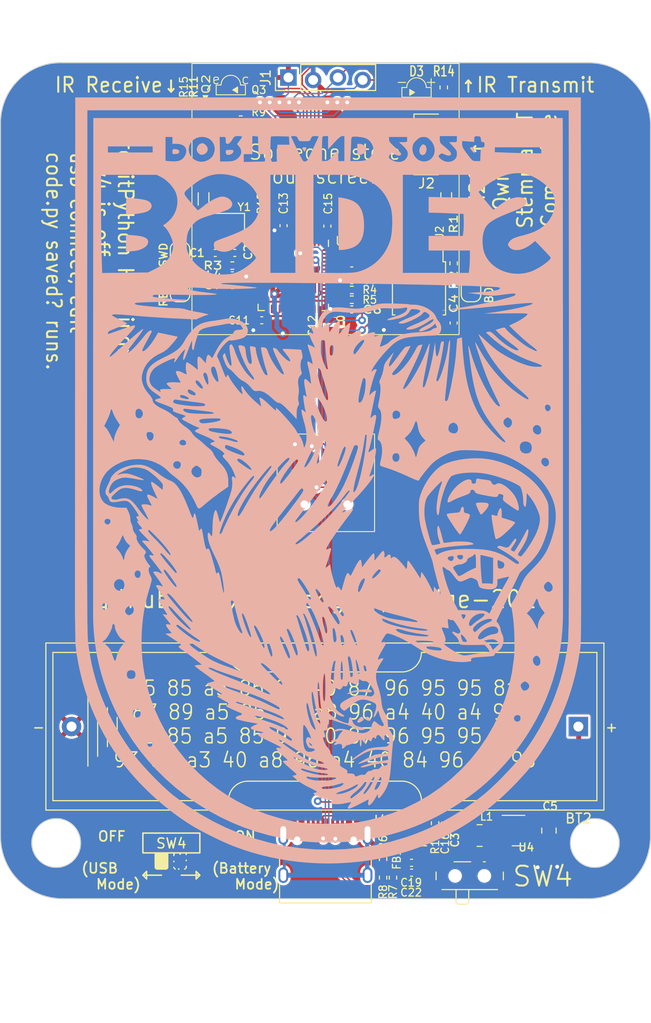
<source format=kicad_pcb>
(kicad_pcb (version 20240108) (generator "pcbnew") (generator_version "8.0")
  (title_block (title "OpenTaxus Badge") (date "2024-06-12") (rev "1.0") (comment 1 "Joe FitzPatrick") (comment 2 "joefitz@securinghw.com"))
  (layers (0 "F.Cu" signal) (31 "B.Cu" signal) (34 "B.Paste" user) (35 "F.Paste" user) (36 "B.SilkS" user "B.Silkscreen") (37 "F.SilkS" user "F.Silkscreen") (38 "B.Mask" user) (39 "F.Mask" user) (44 "Edge.Cuts" user))
  (net 0 "")
  (net 1 "GND")
  (net 2 "Net-(C1-Pad1)")
  (net 3 "/XIN")
  (net 4 "+3V3")
  (net 5 "+1V1")
  (net 6 "/VBUS")
  (net 7 "/GPIO0{slash}TX")
  (net 8 "/GPIO1{slash}RX")
  (net 9 "/SHIELD")
  (net 10 "/~{USB_BOOT}")
  (net 11 "Net-(J4-CC1)")
  (net 12 "/USB_D-")
  (net 13 "/USB_D+")
  (net 15 "Net-(J4-CC2)")
  (net 17 "Net-(U4-SW)")
  (net 18 "/QSPI_SS")
  (net 19 "/XOUT")
  (net 20 "Net-(U3-USB_DP)")
  (net 21 "Net-(U3-USB_DM)")
  (net 22 "/GPIO2{slash}SD")
  (net 23 "/GPIO3{slash}L")
  (net 24 "/GPIO28_ADC2{slash}D")
  (net 25 "/GPIO4{slash}R")
  (net 26 "/GPIO29_ADC3{slash}X")
  (net 27 "/QSPI_SD1")
  (net 28 "/QSPI_SD2")
  (net 29 "/QSPI_SD0")
  (net 30 "/QSPI_SCLK")
  (net 31 "/QSPI_SD3")
  (net 32 "/GPIO5")
  (net 33 "/GPIO6{slash}SDA")
  (net 34 "/GPIO7{slash}SCL")
  (net 35 "/GPIO8")
  (net 36 "+VSW")
  (net 37 "/GPIO13")
  (net 38 "/GPIO14")
  (net 39 "/GPIO15")
  (net 40 "/SWCLK")
  (net 41 "/SWD")
  (net 42 "/RUN")
  (net 43 "/GPIO16")
  (net 44 "/GPIO17")
  (net 45 "/GPIO18")
  (net 46 "/GPIO19")
  (net 47 "/GPIO20")
  (net 48 "/GPIO21")
  (net 49 "/GPIO22")
  (net 50 "/GPIO23")
  (net 51 "/GPIO24")
  (net 52 "/GPIO25")
  (net 53 "/VUSB")
  (net 54 "/GPIO27_ADC1{slash}U")
  (net 55 "Net-(Q2A-B1)")
  (net 57 "Net-(D1-DIN)")
  (net 58 "Net-(Q2A-C1)")
  (net 59 "Net-(D3-A)")
  (net 60 "/GPIO26_ADC0{slash}USB_DET")
  (net 61 "/GPIO11{slash}NEO_PWR")
  (net 62 "/GPIO12{slash}NEOPIX")
  (net 63 "/VBATT")
  (net 64 "/VREG")
  (net 65 "Net-(D1-DOUT)")
  (footprint "ir:IR12-21C-TR8" (layer "F.Cu") (at 68.072 28.448)
    (property "Reference" "D3")
    (property "Value" "IR12-21C/TR8" (hide yes))
  )
  (footprint "dpad:10x10x10x9-6P-WX" (layer "F.Cu") (at 58.77 68.48)
    (property "Reference" "SW1")
    (property "Value" "dpad")
  )
  (footprint "Capacitor_SMD:C_0402_1005Metric" (layer "F.Cu") (at 47.43 44.906 180)
    (property "Reference" "C1")
    (property "Value" "22p" (hide yes))
  )
  (footprint "Resistor_SMD:R_0402_1005Metric" (layer "F.Cu") (at 65.659 108.966 -90)
    (property "Reference" "R7")
    (property "Value" "5k1" (hide yes))
  )
  (footprint "Capacitor_SMD:C_0402_1005Metric" (layer "F.Cu") (at 52.197 51.816 180)
    (property "Reference" "C11")
    (property "Value" "100n" (hide yes))
  )
  (footprint "Resistor_SMD:R_0402_1005Metric" (layer "F.Cu") (at 71.882 45.974 90)
    (property "Reference" "R2")
    (property "Value" "DNP" (hide yes))
  )
  (footprint "Inductor_SMD:L_0402_1005Metric" (layer "F.Cu") (at 67.564 106.426 180)
    (property "Reference" "FB1")
    (property "Value" "600R" (hide yes))
  )
  (footprint "Battery:BatteryHolder_Keystone_2460_1xAA" (layer "F.Cu") (at 84.674 93.472 180)
    (property "Reference" "BT2")
    (property "Value" "AA")
  )
  (footprint "Resistor_SMD:R_0402_1005Metric" (layer "F.Cu") (at 44.196 29.972 -90)
    (property "Reference" "R15")
    (property "Value" "DNP" (hide yes))
  )
  (footprint "Connector_JST:JST_SH_SM04B-SRSS-TB_1x04-1MP_P1.00mm_Horizontal" (layer "F.Cu") (at 69.596 33.782 90)
    (property "Reference" "J2")
    (property "Value" "qwiic" (hide yes))
  )
  (footprint "ws2812b:LED_WS2812B_PLCC4_1.0x1.0mm" (layer "F.Cu") (at 46.228 39.37 -90)
    (property "Reference" "D1" (hide yes))
    (property "Value" "WS2812B" (hide yes))
  )
  (footprint "Resistor_SMD:R_0402_1005Metric" (layer "F.Cu") (at 61.43 48.706)
    (property "Reference" "R4")
    (property "Value" "27" (hide yes))
  )
  (footprint "Resistor_SMD:R_0402_1005Metric" (layer "F.Cu") (at 64.643 107.061 90)
    (property "Reference" "R6")
    (property "Value" "1M" (hide yes))
  )
  (footprint "Resistor_SMD:R_0402_1005Metric" (layer "F.Cu") (at 71.882 43.942 90)
    (property "Reference" "R1")
    (property "Value" "1k" (hide yes))
  )
  (footprint "Resistor_SMD:R_0402_1005Metric" (layer "F.Cu") (at 49.18 46.206 180)
    (property "Reference" "R3")
    (property "Value" "1k" (hide yes))
  )
  (footprint "Resistor_SMD:R_0402_1005Metric" (layer "F.Cu") (at 61.43 49.706 180)
    (property "Reference" "R5")
    (property "Value" "27" (hide yes))
  )
  (footprint "Capacitor_SMD:C_0402_1005Metric" (layer "F.Cu") (at 72.009 103.378 90)
    (property "Reference" "C3")
    (property "Value" "10u" (hide yes))
  )
  (footprint "Capacitor_SMD:C_0402_1005Metric" (layer "F.Cu") (at 67.564 107.442 180)
    (property "Reference" "C19")
    (property "Value" "100n" (hide yes))
  )
  (footprint "Resistor_SMD:R_0402_1005Metric" (layer "F.Cu") (at 50.038 29.464 180)
    (property "Reference" "R10")
    (property "Value" "200k" (hide yes))
  )
  (footprint "Package_TO_SOT_SMD:SOT-363_SC-70-6" (layer "F.Cu") (at 47.498 30.226)
    (property "Reference" "Q2")
    (property "Value" "BC847BS" (hide yes))
  )
  (footprint "Resistor_SMD:R_0402_1005Metric" (layer "F.Cu") (at 45.212 29.972 -90)
    (property "Reference" "R11")
    (property "Value" "1k" (hide yes))
  )
  (footprint "Button_Switch_SMD:SW_SPDT_PCM12" (layer "F.Cu") (at 73.5275 108.458)
    (property "Reference" "SW4")
    (property "Value" "SW_SPDT" (hide yes))
  )
  (footprint "Jumper:SolderJumper-2_P1.3mm_Open_RoundedPad1.0x1.5mm" (layer "F.Cu") (at 43.815 45.212 90)
    (property "Reference" "J3" (hide yes))
    (property "Value" "SWD")
  )
  (footprint "Package_DFN_QFN:QFN-56-1EP_7x7mm_P0.4mm_EP3.2x3.2mm" (layer "F.Cu") (at 55.43 47.206 -90)
    (property "Reference" "U3")
    (property "Value" "RP2040" (hide yes))
  )
  (footprint "ir:PT12-21B-TR8" (layer "F.Cu") (at 49.022 28.194)
    (property "Reference" "Q3")
    (property "Value" "PT12-21B/TR8" (hide yes))
  )
  (footprint "ws2812b:LED_WS2812B_PLCC4_1.0x1.0mm" (layer "F.Cu") (at 71.12 39.37 90)
    (property "Reference" "D2" (hide yes))
    (property "Value" "WS2812B" (hide yes))
  )
  (footprint "Capacitor_SMD:C_0402_1005Metric" (layer "F.Cu") (at 49.18 47.206 180)
    (property "Reference" "C14")
    (property "Value" "100n" (hide yes))
  )
  (footprint "Capacitor_SMD:C_0402_1005Metric" (layer "F.Cu") (at 61.43 47.706)
    (property "Reference" "C9")
    (property "Value" "100n" (hide yes))
  )
  (footprint "Capacitor_SMD:C_0402_1005Metric" (layer "F.Cu") (at 70.993 103.378 90)
    (property "Reference" "C16")
    (property "Value" "10u" (hide yes))
  )
  (footprint "usbc:USB_C_Receptacle_HRO_TYPE-C-31-M-12" (layer "F.Cu") (at 58.725 107.662)
    (property "Reference" "J4")
    (property "Value" "USB_C_Receptacle_USB2.0" (hide yes))
  )
  (footprint "Capacitor_SMD:C_0402_1005Metric" (layer "F.Cu") (at 49.43 44.906 180)
    (property "Reference" "C2")
    (property "Value" "22p" (hide yes))
  )
  (footprint "Resistor_SMD:R_0402_1005Metric" (layer "F.Cu") (at 52.197 42.1386 90)
    (property "Reference" "R12")
    (property "Value" "220" (hide yes))
  )
  (footprint "Resistor_SMD:R_0402_1005Metric" (layer "F.Cu") (at 64.643 108.964 90)
    (property "Reference" "R8")
    (property "Value" "5k1" (hide yes))
  )
  (footprint "Crystal:Crystal_SMD_3225-4Pin_3.2x2.5mm" (layer "F.Cu") (at 48.43 42.506 180)
    (property "Reference" "Y1")
    (property "Value" "YSX321SL" (hide yes))
  )
  (footprint "Connector_PinHeader_2.54mm:PinHeader_1x04_P2.54mm_Vertical" (layer "F.Cu") (at 58.7375 26.924)
    (property "Reference" "J1")
    (property "Value" "OLED")
  )
  (footprint "Package_TO_SOT_SMD:SOT-23" (layer "F.Cu") (at 78.529 104.14)
    (property "Reference" "U4")
    (property "Value" "XT1861B332MR-G" (hide yes))
  )
  (footprint "Package_TO_SOT_SMD:SOT-23-3" (layer "F.Cu") (at 67.31 104.14 180)
    (property "Reference" "U1")
    (property "Value" "HE6206-33NR" (hide yes))
  )
  (footprint "Capacitor_SMD:C_0402_1005Metric" (layer "F.Cu") (at 59.3 52.29 -90)
    (property "Reference" "C10")
    (property "Value" "10u" (hide yes))
  )
  (footprint "Capacitor_SMD:C_0402_1005Metric" (layer "F.Cu") (at 71.882 52.098 90)
    (property "Reference" "C4")
    (property "Value" "100n" (hide yes))
  )
  (footprint "Capacitor_SMD:C_0402_1005Metric" (layer "F.Cu") (at 54.4322 42.1158 90)
    (property "Reference" "C13")
    (property "Value" "100n" (hide yes))
  )
  (footprint "Capacitor_SMD:C_0402_1005Metric" (layer "F.Cu") (at 67.564 108.458 180)
    (property "Reference" "C22")
    (property "Value" "10u" (hide yes))
  )
  (footprint "Jumper:SolderJumper-2_P1.3mm_Open_RoundedPad1.0x1.5mm" (layer "F.Cu") (at 73.66 48.514 -90)
    (property "Reference" "SW2" (hide yes))
    (property "Value" "USB_BOOT" (hide yes))
  )
  (footprint "Resistor_SMD:R_0402_1005Metric" (layer "F.Cu") (at 69.977 103.378 -90)
    (property "Reference" "R13")
    (property "Value" "1k")
  )
  (footprint "Capacitor_SMD:C_0402_1005Metric" (layer "F.Cu") (at 49.18 48.206 180)
    (property "Reference" "C7")
    (property "Value" "100n" (hide yes))
  )
  (footprint "Package_SO:SOIC-8_5.23x5.23mm_P1.27mm" (layer "F.Cu") (at 68.326 48.542 -90)
    (property "Reference" "U2")
    (property "Value" "W25Q128JVS" (hide yes))
  )
  (footprint "Jumper:SolderJumper-2_P1.3mm_Open_RoundedPad1.0x1.5mm" (layer "F.Cu") (at 43.815 48.514 -90)
    (property "Reference" "SW3" (hide yes))
    (property "Value" "RESET")
  )
  (footprint "Capacitor_SMD:C_0805_2012Metric" (layer "F.Cu") (at 81.6555 104.14 90)
    (property "Reference" "C5")
    (property "Value" "47u" (hide yes))
  )
  (footprint "Capacitor_SMD:C_0402_1005Metric" (layer "F.Cu") (at 58.3 52.3 -90)
    (property "Reference" "C12")
    (property "Value" "100n" (hide yes))
  )
  (footprint "Resistor_SMD:R_0402_1005Metric" (layer "F.Cu") (at 50.038 30.48 180)
    (property "Reference" "R9")
    (property "Value" "200k" (hide yes))
  )
  (footprint "Inductor_SMD:L_1008_2520Metric" (layer "F.Cu") (at 74.5435 104.648)
    (property "Reference" "L1")
    (property "Value" "10u" (hide yes))
  )
  (footprint "Capacitor_SMD:C_0402_1005Metric" (layer "F.Cu") (at 61.43 46.706)
    (property "Reference" "C6" (hide yes))
    (property "Value" "100n" (hide yes))
  )
  (footprint "Capacitor_SMD:C_0402_1005Metric" (layer "F.Cu") (at 61.43 50.706)
    (property "Reference" "C8")
    (property "Value" "10u" (hide yes))
  )
  (footprint "Resistor_SMD:R_0402_1005Metric" (layer "F.Cu") (at 70.866 27.94 -90)
    (property "Reference" "R14")
    (property "Value" "220" (hide yes))
  )
  (footprint "Capacitor_SMD:C_0402_1005Metric" (layer "F.Cu") (at 58.928 42.164 90)
    (property "Reference" "C15")
    (property "Value" "100n" (hide yes))
  )
  (footprint "logos:bsidespdx" (layer "B.Cu") (at 59.035645 28.737242)
    (property "Reference" "REF**" (hide yes))
    (property "Value" "bsidespdx" (hide yes))
  )
  (gr_line (start 40.005 108.712) (end 40.386 109.093) (stroke (width 0.15)) (layer "F.SilkS"))
  (gr_poly (pts (xy 44.45 106.553) (xy 44.45 107.95) (xy 44.323 108.077) (xy 43.307 108.077) (xy 43.18 107.95) (xy 43.18 106.553)) (stroke (width 0.15) (type dot)) (fill none) (layer "F.SilkS"))
  (gr_line (start 40.386 108.331) (end 40.005 108.712) (stroke (width 0.15)) (layer "F.SilkS"))
  (gr_line (start 45.847 108.712) (end 45.466 108.331) (stroke (width 0.15)) (layer "F.SilkS"))
  (gr_rect (start 40.005 104.394) (end 45.847 106.426) (stroke (width 0.15)) (fill none) (layer "F.SilkS"))
  (gr_line (start 43.942 108.712) (end 45.847 108.712) (stroke (width 0.15)) (layer "F.SilkS"))
  (gr_line (start 45.466 109.093) (end 45.847 108.712) (stroke (width 0.15)) (layer "F.SilkS"))
  (gr_line (start 41.91 108.712) (end 40.005 108.712) (stroke (width 0.15)) (layer "F.SilkS"))
  (gr_line (start 40.386 109.093) (end 40.386 108.331) (stroke (width 0.15)) (layer "F.SilkS"))
  (gr_poly (pts (xy 42.545 106.553) (xy 42.545 107.95) (xy 42.418 108.077) (xy 41.402 108.077) (xy 41.275 107.95) (xy 41.275 106.553)) (stroke (width 0.15)) (fill solid) (layer "F.SilkS"))
  (gr_line (start 45.466 108.331) (end 45.466 109.093) (stroke (width 0.15)) (layer "F.SilkS"))
  (gr_line (start 40.005 108.712) (end 40.386 108.331) (stroke (width 0.15)) (layer "F.SilkS"))
  (gr_line (start 45.847 108.712) (end 45.466 109.093) (stroke (width 0.15)) (layer "F.SilkS"))
  (gr_line (start 85.725 25.4) (end 31.75 25.4) (stroke (width 0.1)) (layer "Edge.Cuts"))
  (gr_line (start 31.75 111.125) (end 85.725 111.125) (stroke (width 0.1)) (layer "Edge.Cuts"))
  (gr_arc (start 31.75 111.125) (mid 27.259872 109.265128) (end 25.4 104.775) (stroke (width 0.1)) (layer "Edge.Cuts"))
  (gr_circle (center 31.115 105.41) (end 33.6169 105.41) (stroke (width 0.1)) (fill none) (layer "Edge.Cuts"))
  (gr_line (start 92.075 104.775) (end 92.075 31.75) (stroke (width 0.1)) (layer "Edge.Cuts"))
  (gr_arc (start 92.075 104.775) (mid 90.215128 109.265128) (end 85.725 111.125) (stroke (width 0.1)) (layer "Edge.Cuts"))
  (gr_circle (center 86.36 105.41) (end 88.8619 105.41) (stroke (width 0.1)) (fill none) (layer "Edge.Cuts"))
  (gr_arc (start 25.4 31.75) (mid 27.205788 27.205788) (end 31.75 25.4) (stroke (width 0.1)) (layer "Edge.Cuts"))
  (gr_arc (start 85.725 25.4) (mid 90.215128 27.259872) (end 92.075 31.75) (stroke (width 0.1)) (layer "Edge.Cuts"))
  (gr_line (start 25.4 31.75) (end 25.4 104.775) (stroke (width 0.1)) (layer "Edge.Cuts"))
  (gr_text "IR Receive↓ " (at 44.958 27.686 0) (layer "F.SilkS") (effects (font (size 1.524 1.397) (thickness 0.2032)) (justify right)))
  (gr_text "d5 85 a5 85 99 40 87 96 95 95 81\n87 89 a5 85 40 a8 96 a4 40 a4 97\nd5 85 a5 85 99 40 87 96 95 95 81\n93 85 a3 40 a8 96 a4 40 84 96 a6 95" (at 58.674 93.218 0) (layer "F.SilkS") (effects (font (size 1.524 1.397) (thickness 0.1524))))
  (gr_text "CircuitPython Hacking:\n   sw4 is off \n   usb connect, edit \n   code.py saved? runs." (at 34.544 31.242 270) (layer "F.SilkS") (effects (font (size 1.524 1.397) (thickness 0.2032)) (justify left)))
  (gr_text "Someone stole\nyour screen!" (at 58.674 35.814 0) (layer "F.SilkS") (effects (font (size 1.524 1.397) (thickness 0.1524))))
  (gr_text "SW4" (at 41.275 106.045 0) (layer "F.SilkS") (effects (font (size 1.016 1.016) (thickness 0.1524)) (justify left bottom)))
  (gr_text "↑IR Transmit" (at 72.39 27.686 0) (layer "F.SilkS") (effects (font (size 1.524 1.397) (thickness 0.2032)) (justify left)))
  (gr_text "BOOT" (at 75.51 48.52 90) (layer "F.SilkS") (effects (font (size 0.8 0.8))))
  (gr_text "I2C ↑\nQwiic &\nStemma QT\nCompatible" (at 77.978 36.449 90) (layer "F.SilkS") (effects (font (size 1.524 1.397) (thickness 0.2032))))
  (gr_text "\ngithub.com/pdxbadgers/badge-2024" (at 58.547 78.994 0) (layer "F.SilkS") (effects (font (size 1.778 1.651) (thickness 0.2032))))
  (gr_text "OFF  \n\n(USB   \n  Mode)" (at 39.878 104.14 0) (layer "F.SilkS") (effects (font (size 1.016 1.016) (thickness 0.1778) (bold yes)) (justify right top)))
  (gr_text "   ON\n\n(Battery\n   Mode)" (at 46.99 104.14 0) (layer "F.SilkS") (effects (font (size 1.016 1.016) (thickness 0.1778) (bold yes)) (justify left top)))
  (segment (start 51.493994 46.206) (end 50.193994 44.906) (width 0.15) (layer "F.Cu") (net 1))
  (segment (start 55.43 47.206) (end 54.18 48.456) (width 0.5) (layer "F.Cu") (net 1))
  (segment (start 52.491006 46.206) (end 53.491006 47.206) (width 0.15) (layer "F.Cu") (net 1))
  (segment (start 53.491006 47.206) (end 55.43 47.206) (width 0.15) (layer "F.Cu") (net 1))
  (segment (start 54.5846 46.3606) (end 55.43 47.206) (width 0.5) (layer "F.Cu") (net 1))
  (segment (start 55.78 32.70642) (end 55.78 40.288) (width 0.15) (layer "F.Cu") (net 1))
  (segment (start 51.9925 46.206) (end 51.493994 46.206) (width 0.15) (layer "F.Cu") (net 1))
  (segment (start 50.189999 44.906) (end 49.91 44.906) (width 0.2) (layer "F.Cu") (net 1))
  (segment (start 51.9925 46.206) (end 52.491006 46.206) (width 0.15) (layer "F.Cu") (net 1))
  (segment (start 55.43 47.206) (end 53.536 49.1) (width 0.5) (layer "F.Cu") (net 1))
  (segment (start 53.536 49.1) (end 53.5 49.1) (width 0.5) (layer "F.Cu") (net 1))
  (segment (start 55.78 40.288) (end 54.4322 41.6358) (width 0.15) (layer "F.Cu") (net 1))
  (segment (start 55.43 47.206) (end 56.68 47.206) (width 0.5) (layer "F.Cu") (net 1))
  (segment (start 54.007259 30.933679) (end 55.78 32.70642) (width 0.15) (layer "F.Cu") (net 1))
  (segment (start 54.007259 29.464) (end 54.007259 30.933679) (width 0.15) (layer "F.Cu") (net 1))
  (segment (start 50.193994 44.906) (end 49.91 44.906) (width 0.15) (layer "F.Cu") (net 1))
  (via (at 58.928 29.464) (size 0.8) (drill 0.4) (layers "F.Cu" "B.Cu") (net 1))
  (via (at 54.356 53.1622) (size 0.8) (drill 0.4) (layers "F.Cu" "B.Cu") (net 1))
  (via (at 53.5 49.1) (size 0.8) (drill 0.4) (layers "F.Cu" "B.Cu") (net 1))
  (via (at 54.007259 29.464) (size 0.8) (drill 0.4) (layers "F.Cu" "B.Cu") (net 1))
  (segment (start 53.7464 51.2064) (end 53.5 50.96) (width 0.5) (layer "B.Cu") (net 1))
  (segment (start 58.2468 30.1452) (end 54.688459 30.1452) (width 0.15) (layer "B.Cu") (net 1))
  (segment (start 54.688459 30.1452) (end 54.007259 29.464) (width 0.15) (layer "B.Cu") (net 1))
  (segment (start 53.7464 52.5526) (end 53.7464 51.2064) (width 0.5) (layer "B.Cu") (net 1))
  (segment (start 54.007259 29.464) (end 54.9275 28.543759) (width 0.15) (layer "B.Cu") (net 1))
  (segment (start 58.928 29.464) (end 58.2468 30.1452) (width 0.15) (layer "B.Cu") (net 1))
  (segment (start 54.9275 28.543759) (end 54.9275 26.924) (width 0.15) (layer "B.Cu") (net 1))
  (segment (start 54.356 53.1622) (end 53.7464 52.5526) (width 0.5) (layer "B.Cu") (net 1))
  (segment (start 53.5 50.96) (end 53.5 49.1) (width 0.5) (layer "B.Cu") (net 1))
  (segment (start 47.91 43.936) (end 47.33 43.356) (width 0.2) (layer "F.Cu") (net 2))
  (segment (start 47.91 45.446) (end 48.67 46.206) (width 0.2) (layer "F.Cu") (net 2))
  (segment (start 47.91 44.906) (end 47.91 43.936) (width 0.2) (layer "F.Cu") (net 2))
  (segment (start 47.91 44.906) (end 47.91 45.446) (width 0.2) (layer "F.Cu") (net 2))
  (segment (start 48.53 42.556) (end 49.43 41.656) (width 0.2) (layer "F.Cu") (net 3))
  (segment (start 49.43 41.656) (end 49.53 41.656) (width 0.2) (layer "F.Cu") (net 3))
  (segment (start 49.613704 45.569704) (end 50.362724 45.569704) (width 0.15) (layer "F.Cu") (net 3))
  (segment (start 48.95 44.906) (end 49.613704 45.569704) (width 0.15) (layer "F.Cu") (net 3))
  (segment (start 51.39902 46.606) (end 51.9925 46.606) (width 0.15) (layer "F.Cu") (net 3))
  (segment (start 50.362724 45.569704) (end 51.39902 46.606) (width 0.15) (layer "F.Cu") (net 3))
  (segment (start 48.53 44.486) (end 48.53 42.556) (width 0.2) (layer "F.Cu") (net 3))
  (segment (start 48.95 44.906) (end 48.53 44.486) (width 0.2) (layer "F.Cu") (net 3))
  (segment (start 64.7192 52.8066) (end 64.7192 53.082832) (width 0.5) (layer "F.Cu") (net 4))
  (segment (start 57.4675 27.178) (end 58.03 27.7405) (width 0.2) (layer "F.Cu") (net 4))
  (segment (start 58.8675 50.611) (end 58.8675 49.556) (width 0.5) (layer "F.Cu") (net 4))
  (segment (start 59.93 47.406) (end 60.23 47.706) (width 0.2) (layer "F.Cu") (net 4))
  (segment (start 58.8675 47.806) (end 60.13 47.806) (width 0.2) (layer "F.Cu") (net 4))
  (segment (start 54.43 50.10964) (end 54.73364 49.806) (width 0.2) (layer "F.Cu") (net 4))
  (segment (start 60.13 47.806) (end 60.23 47.706) (width 0.2) (layer "F.Cu") (net 4))
  (segment (start 51.849266 52.832) (end 52.677 52.004266) (width 0.5) (layer "F.Cu") (net 4))
  (segment (start 58.18 50.611) (end 58.8675 50.611) (width 0.5) (layer "F.Cu") (net 4))
  (segment (start 58.03 50.6435) (end 58.03 49.806) (width 0.2) (layer "F.Cu") (net 4))
  (segment (start 66.021 33.334684) (end 66.021 30.297945) (width 0.5) (layer "F.Cu") (net 4))
  (segment (start 50.686521 47.406) (end 50.605206 47.324685) (width 0.2) (layer "F.Cu") (net 4))
  (segment (start 70.231 52.524684) (end 70.231 52.142) (width 0.5) (layer "F.Cu") (net 4))
  (segment (start 58.03 49.806) (end 58.8675 49.806) (width 0.2) (layer "F.Cu") (net 4))
  (segment (start 58.8675 49.406) (end 58.8675 49.806) (width 0.2) (layer "F.Cu") (net 4))
  (segment (start 58.3 51.82) (end 58.3 50.7635) (width 0.5) (layer "F.Cu") (net 4))
  (segment (start 54.22636 51.381) (end 53.112 51.381) (width 0.2) (layer "F.Cu") (net 4))
  (segment (start 58.928 42.644) (end 58.928 42.8705) (width 0.15) (layer "F.Cu") (net 4))
  (segment (start 70.667 52.578) (end 70.231 52.142) (width 0.5) (layer "F.Cu") (net 4))
  (segment (start 54.43 51.17736) (end 54.22636 51.381) (width 0.2) (layer "F.Cu") (net 4))
  (segment (start 71.9 46.502) (end 71.882 46.484) (width 0.5) (layer "F.Cu") (net 4))
  (segment (start 66.968316 34.282) (end 66.021 33.334684) (width 0.5) (layer "F.Cu") (net 4))
  (segment (start 53.112 51.381) (end 52.677 51.816) (width 0.2) (layer "F.Cu") (net 4))
  (segment (start 51.3334 52.832) (end 51.849266 52.832) (width 0.5) (layer "F.Cu") (net 4))
  (segment (start 58.928 42.8705) (end 58.03 43.7685) (width 0.15) (layer "F.Cu") (net 4))
  (segment (start 60.23 47.706) (end 60.95 47.706) (width 0.2) (layer "F.Cu") (net 4))
  (segment (start 68.663684 54.092) (end 70.231 52.524684) (width 0.5) (layer "F.Cu") (net 4))
  (segment (start 60.708422 28.478) (end 60.500622 28.2702) (width 0.5) (layer "F.Cu") (net 4))
  (segment (start 54.43 50.6435) (end 54.43 51.17736) (width 0.2) (layer "F.Cu") (net 4))
  (segment (start 58.3 50.7635) (end 58.18 50.6435) (width 0.5) (layer "F.Cu") (net 4))
  (segment (start 51.9925 47.406) (end 50.686521 47.406) (width 0.2) (layer "F.Cu") (net 4))
  (segment (start 58.8675 47.406) (end 59.93 47.406) (width 0.2) (layer "F.Cu") (net 4))
  (segment (start 64.7192 53.082832) (end 65.728368 54.092) (width 0.5) (layer "F.Cu") (net 4))
  (segment (start 58.5597 28.2702) (end 57.4675 27.178) (width 0.5) (layer "F.Cu") (net 4))
  (segment (start 67.596 34.282) (end 66.968316 34.282) (width 0.5) (layer "F.Cu") (net 4))
  (segment (start 58.03 27.7405) (end 58.03 43.7685) (width 0.2) (layer "F.Cu") (net 4))
  (segment (start 71.882 46.484) (end 71.882 48.26) (width 0.5) (layer "F.Cu") (net 4))
  (segment (start 58.18 50.611) (end 58.18 50.6435) (width 0.5) (layer "F.Cu") (net 4))
  (segment (start 50.486521 47.206) (end 50.605206 47.324685) (width 0.5) (layer "F.Cu") (net 4))
  (segment (start 64.201055 28.478) (end 60.708422 28.478) (width 0.5) (layer "F.Cu") (net 4))
  (segment (start 71.882 52.578) (end 70.667 52.578) (width 0.5) (layer "F.Cu") (net 4))
  (segment (start 60.500622 28.2702) (end 58.5597 28.2702) (width 0.5) (layer "F.Cu") (net 4))
  (segment (start 52.677 52.004266) (end 52.677 51.816) (width 0.5) (layer "F.Cu") (net 4))
  (segment (start 54.43 50.6435) (end 54.43 50.10964) (width 0.2) (layer "F.Cu") (net 4))
  (segment (start 54.43 42.598) (end 54.43 43.7685) (width 0.2) (layer "F.Cu") (net 4))
  (segment (start 54.4322 42.5958) (end 54.43 42.598) (width 0.2) (layer "F.Cu") (net 4))
  (segment (start 65.728368 54.092) (end 68.663684 54.092) (width 0.5) (layer "F.Cu") (net 4))
  (segment (start 66.021 30.297945) (end 64.201055 28.478) (width 0.5) (layer "F.Cu") (net 4))
  (segment (start 54.73364 49.806) (end 58.03 49.806) (width 0.2) (layer "F.Cu") (net 4))
  (segment (start 49.66 47.206) (end 50.486521 47.206) (width 0.5) (layer "F.Cu") (net 4))
  (segment (start 54.4322 42.5958) (end 53.505 42.5958) (width 0.2) (layer "F.Cu") (net 4))
  (via (at 64.7192 52.8066) (size 0.8) (drill 0.4) (layers "F.Cu" "B.Cu") (net 4))
  (via (at 59.2328 50.6476) (size 0.8) (drill 0.4) (layers "F.Cu" "B.Cu") (net 4))
  (via (at 51.3334 52.832) (size 0.8) (drill 0.4) (layers "F.Cu" "B.Cu") (net 4))
  (via (at 82.5 107.85) (size 0.8) (drill 0.4) (layers "F.Cu" "B.Cu") (net 4))
  (via (at 60.23 47.706) (size 0.8) (drill 0.4) (layers "F.Cu" "B.Cu") (net 4))
  (via (at 80.5 107.9) (size 0.8) (drill 0.4) (layers "F.Cu" "B.Cu") (net 4))
  (via (at 53.505 42.5958) (size 0.8) (drill 0.4) (layers "F.Cu" "B.Cu") (net 4))
  (via (at 50.605206 47.324685) (size 0.8) (drill 0.4) (layers "F.Cu" "B.Cu") (net 4))
  (via (at 71.882 48.26) (size 0.8) (drill 0.4) (layers "F.Cu" "B.Cu") (net 4))
  (segment (start 52.73 48.00964) (end 52.73 49.83) (width 0.2) (layer "F.Cu") (net 5))
  (segment (start 58.13 47.211025) (end 58.13 48.800975) (width 0.2) (layer "F.Cu") (net 5))
  (segment (start 57.935025 49.406) (end 58.335025 49.006) (width 0.2) (layer "F.Cu") (net 5))
  (segment (start 52.73 49.83) (end 52.806 49.906) (width 0.2) (layer "F.Cu") (net 5))
  (segment (start 51.9925 47.806) (end 52.52636 47.806) (width 0.2) (layer "F.Cu") (net 5))
  (segment (start 58.335025 47.006) (end 58.13 47.211025) (width 0.2) (layer "F.Cu") (net 5))
  (segment (start 54.067954 49.906) (end 54.567955 49.406) (width 0.2) (layer "F.Cu") (net 5))
  (segment (start 54.567955 49.406) (end 57.935025 49.406) (width 0.2) (layer "F.Cu") (net 5))
  (segment (start 50.771661 48.206) (end 49.66 48.206) (width 0.2) (layer "F.Cu") (net 5))
  (segment (start 52.52636 47.806) (end 52.73 48.00964) (width 0.2) (layer "F.Cu") (net 5))
  (segment (start 52.806 49.906) (end 54.067954 49.906) (width 0.2) (layer "F.Cu") (net 5))
  (segment (start 51.9925 47.806) (end 51.171661 47.806) (width 0.2) (layer "F.Cu") (net 5))
  (segment (start 60.35 49.956025) (end 60.35 50.106) (width 0.2) (layer "F.Cu") (net 5))
  (segment (start 58.8675 47.006) (end 60.65 47.006) (width 0.2) (layer "F.Cu") (net 5))
  (segment (start 59.399975 49.006) (end 60.35 49.956025) (width 0.2) (layer "F.Cu") (net 5))
  (segment (start 58.8675 49.006) (end 59.399975 49.006) (width 0.2) (layer "F.Cu") (net 5))
  (segment (start 58.335025 49.006) (end 58.8675 49.006) (width 0.2) (layer "F.Cu") (net 5))
  (segment (start 58.8675 47.006) (end 58.335025 47.006) (width 0.2) (layer "F.Cu") (net 5))
  (segment (start 51.171661 47.806) (end 50.771661 48.206) (width 0.2) (layer "F.Cu") (net 5))
  (segment (start 60.65 47.006) (end 60.95 46.706) (width 0.2) (layer "F.Cu") (net 5))
  (segment (start 58.13 48.800975) (end 58.335025 49.006) (width 0.2) (layer "F.Cu") (net 5))
  (segment (start 60.35 50.106) (end 60.95 50.706) (width 0.2) (layer "F.Cu") (net 5))
  (segment (start 65.06 103.287) (end 65.06 104.542684) (width 0.5) (layer "F.Cu") (net 6))
  (segment (start 61.175 103.617) (end 61.175 102.492) (width 0.5) (layer "F.Cu") (net 6))
  (segment (start 65.06 104.542684) (end 66.943316 106.426) (width 0.5) (layer "F.Cu") (net 6))
  (segment (start 56.275 102.392) (end 56.275 103.617) (width 0.5) (layer "F.Cu") (net 6))
  (segment (start 63.5 101.727) (end 65.06 103.287) (width 0.5) (layer "F.Cu") (net 6))
  (segment (start 56.275 103.397) (end 56.475 103.597) (width 0.3) (layer "F.Cu") (net 6))
  (segment (start 61.94 101.727) (end 63.5 101.727) (width 0.5) (layer "F.Cu") (net 6))
  (segment (start 61.075 103.617) (end 61.075 102.442) (width 0.5) (layer "F.Cu") (net 6))
  (segment (start 61.075 102.442) (end 60.725 102.092) (width 0.5) (layer "F.Cu") (net 6))
  (segment (start 66.943316 106.426) (end 66.9465 106.426) (width 0.5) (layer "F.Cu") (net 6))
  (segment (start 61.175 102.492) (end 61.94 101.727) (width 0.5) (layer "F.Cu") (net 6))
  (segment (start 56.575 102.092) (end 56.275 102.392) (width 0.5) (layer "F.Cu") (net 6))
  (segment (start 60.725 102.092) (end 56.575 102.092) (width 0.5) (layer "F.Cu") (net 6))
  (segment (start 56.3425 26.712009) (end 57.351509 25.703) (width 0.15) (layer "F.Cu") (net 7))
  (segment (start 57.351509 25.703) (end 69.139 25.703) (width 0.15) (layer "F.Cu") (net 7))
  (segment (start 69.139 25.703) (end 70.866 27.43) (width 0.15) (layer "F.Cu") (net 7))
  (segment (start 57.63 28.931491) (end 56.3425 27.643991) (width 0.15) (layer "F.Cu") (net 7))
  (segment (start 56.3425 27.643991) (end 56.3425 26.712009) (width 0.15) (layer "F.Cu") (net 7))
  (segment (start 57.63 43.7685) (end 57.63 28.931491) (width 0.15) (layer "F.Cu") (net 7))
  (segment (start 57.23 43.7685) (end 57.23 29.026465) (width 0.15) (layer "F.Cu") (net 8))
  (segment (start 48.044188 29.051) (end 49.115 29.051) (width 0.25) (layer "F.Cu") (net 8))
  (segment (start 56.252535 28.049) (end 51.78039 28.049) (width 0.15) (layer "F.Cu") (net 8))
  (segment (start 51.15039 27.419) (end 49.94761 27.419) (width 0.15) (layer "F.Cu") (net 8))
  (segment (start 49.115 29.051) (end 49.528 29.464) (width 0.25) (layer "F.Cu") (net 8))
  (segment (start 51.78039 28.049) (end 51.15039 27.419) (width 0.15) (layer "F.Cu") (net 8))
  (segment (start 47.426812 30.876) (end 47.798 30.504812) (width 0.25) (layer "F.Cu") (net 8))
  (segment (start 57.23 29.026465) (end 56.252535 28.049) (width 0.15) (layer "F.Cu") (net 8))
  (segment (start 49.528 27.83861) (end 49.528 29.464) (width 0.15) (layer "F.Cu") (net 8))
  (segment (start 47.798 30.504812) (end 47.798 29.297188) (width 0.25) (layer "F.Cu") (net 8))
  (segment (start 46.548 30.876) (end 47.426812 30.876) (width 0.25) (layer "F.Cu") (net 8))
  (segment (start 49.94761 27.419) (end 49.528 27.83861) (width 0.15) (layer "F.Cu") (net 8))
  (segment (start 47.798 29.297188) (end 48.044188 29.051) (width 0.25) (layer "F.Cu") (net 8))
  (segment (start 63.025 104.292) (end 63.045 104.312) (width 0.5) (layer "F.Cu") (net 9))
  (segment (start 63.045 104.532) (end 63.045 104.953) (width 0.5) (layer "F.Cu") (net 9))
  (segment (start 63.045 104.953) (end 64.643 106.551) (width 0.5) (layer "F.Cu") (net 9))
  (segment (start 54.7 104.237) (end 54.405 104.532) (width 0.5) (layer "B.Cu") (net 9))
  (segment (start 63.045 104.532) (end 62.75 104.237) (width 0.5) (layer "B.Cu") (net 9))
  (segment (start 72.477 46.681) (end 73.66 47.864) (width 0.15) (layer "F.Cu") (net 10))
  (segment (start 72.477 44.027) (end 72.477 46.681) (width 0.15) (layer "F.Cu") (net 10))
  (segment (start 71.882 43.432) (end 72.477 44.027) (width 0.15) (layer "F.Cu") (net 10))
  (segment (start 64.998 110.137) (end 65.659 109.476) (width 0.15) (layer "F.Cu") (net 11))
  (segment (start 61.636026 110.137) (end 64.998 110.137) (width 0.15) (layer "F.Cu") (net 11))
  (segment (start 60.125 108.625974) (end 61.636026 110.137) (width 0.15) (layer "F.Cu") (net 11))
  (segment (start 60.125 107.531597) (end 60.125 108.625974) (width 0.15) (layer "F.Cu") (net 11))
  (segment (start 57.475 103.617) (end 57.475 104.881597) (width 0.15) (layer "F.Cu") (net 11))
  (segment (start 57.475 104.881597) (end 60.125 107.531597) (width 0.15) (layer "F.Cu") (net 11))
  (segment (start 58.975 104.542) (end 58.9 104.617) (width 0.15) (layer "F.Cu") (net 12))
  (segment (start 58.05 104.617) (end 57.975 104.542) (width 0.15) (layer "F.Cu") (net 12))
  (segment (start 58.49 104.617) (end 58.05 104.617) (width 0.15) (layer "F.Cu") (net 12))
  (segment (start 58.9 104.617) (end 58.49 104.617) (width 0.15) (layer "F.Cu") (net 12))
  (segment (start 57.975 104.542) (end 57.975 103.617) (width 0.15) (layer "F.Cu") (net 12))
  (segment (start 58.49 104.617) (end 58.49 104.942002) (width 0.15) (layer "F.Cu") (net 12))
  (segment (start 62.484 50.25) (end 61.94 49.706) (width 0.15) (layer "F.Cu") (net 12))
  (segment (start 58.975 103.617) (end 58.975 104.542) (width 0.15) (layer "F.Cu") (net 12))
  (segment (start 62.484 51.816) (end 62.484 50.25) (width 0.15) (layer "F.Cu") (net 12))
  (via (at 62.484 51.816) (size 0.8) (drill 0.4) (layers "F.Cu" "B.Cu") (net 12))
  (via (at 58.49 104.942002) (size 0.8) (drill 0.4) (layers "F.Cu" "B.Cu") (net 12))
  (segment (start 62.484 51.816) (end 59.69 51.816) (width 0.15) (layer "B.Cu") (net 12))
  (segment (start 59.69 51.816) (end 58.7248 52.7812) (width 0.15) (layer "B.Cu") (net 12))
  (segment (start 58.7248 52.7812) (end 58.7248 104.707202) (width 0.15) (layer "B.Cu") (net 12))
  (segment (start 58.7248 104.707202) (end 58.49 104.942002) (width 0.15) (layer "B.Cu") (net 12))
  (segment (start 58.475 102.692) (end 58.55 102.617) (width 0.15) (layer "F.Cu") (net 13))
  (segment (start 58.475 103.617) (end 58.475 102.692) (width 0.15) (layer "F.Cu") (net 13))
  (segment (start 58.55 102.617) (end 59.4 102.617) (width 0.15) (layer "F.Cu") (net 13))
  (segment (start 62.050531 48.816531) (end 61.94 48.706) (width 0.3) (layer "F.Cu") (net 13))
  (segment (start 63.159 52.141003) (end 63.159 49.925) (width 0.15) (layer "F.Cu") (net 13))
  (segment (start 59.475 104.705) (end 59.74 104.97) (width 0.15) (layer "F.Cu") (net 13))
  (segment (start 63.159 49.925) (end 61.94 48.706) (width 0.15) (layer "F.Cu") (net 13))
  (segment (start 59.4 102.617) (end 59.475 102.692) (width 0.15) (layer "F.Cu") (net 13))
  (segment (start 59.475 102.692) (end 59.475 103.617) (width 0.15) (layer "F.Cu") (net 13))
  (segment (start 59.475 103.617) (end 59.475 104.705) (width 0.15) (layer "F.Cu") (net 13))
  (segment (start 62.484 52.816003) (end 63.159 52.141003) (width 0.15) (layer "F.Cu") (net 13))
  (via (at 62.484 52.816003) (size 0.8) (drill 0.4) (layers "F.Cu" "B.Cu") (net 13))
  (via (at 59.74 104.97) (size 0.8) (drill 0.4) (layers "F.Cu" "B.Cu") (net 13))
  (segment (start 59.69 52.832) (end 59.0748 53.4472) (width 0.15) (layer "B.Cu") (net 13))
  (segment (start 62.484 52.816003) (end 62.468003 52.832) (width 0.15) (layer "B.Cu") (net 13))
  (segment (start 62.468003 52.832) (end 59.69 52.832) (width 0.15) (layer "B.Cu") (net 13))
  (segment (start 59.0748 104.3048) (end 59.74 104.97) (width 0.15) (layer "B.Cu") (net 13))
  (segment (start 59.0748 53.4472) (end 59.0748 104.3048) (width 0.15) (layer "B.Cu") (net 13))
  (segment (start 64.33 109.787) (end 64.643 109.474) (width 0.15) (layer "F.Cu") (net 15))
  (segment (start 60.475 103.617) (end 60.475 108.481) (width 0.15) (layer "F.Cu") (net 15))
  (segment (start 60.475 108.481) (end 61.781 109.787) (width 0.15) (layer "F.Cu") (net 15))
  (segment (start 61.781 109.787) (end 64.33 109.787) (width 0.15) (layer "F.Cu") (net 15))
  (segment (start 77.5915 105.09) (end 76.0605 105.09) (width 0.5) (layer "F.Cu") (net 17))
  (segment (start 76.0605 105.09) (end 75.6185 104.648) (width 0.5) (layer "F.Cu") (net 17))
  (segment (start 70.231 44.942) (end 71.36 44.942) (width 0.5) (layer "F.Cu") (net 18))
  (segment (start 64.596856 44.371) (end 65.800856 43.167) (width 0.15) (layer "F.Cu") (net 18))
  (segment (start 71.392 44.942) (end 71.882 44.452) (width 0.5) (layer "F.Cu") (net 18))
  (segment (start 59.909347 44.371) (end 64.596856 44.371) (width 0.15) (layer "F.Cu") (net 18))
  (segment (start 71.36 44.942) (end 71.882 45.464) (width 0.5) (layer "F.Cu") (net 18))
  (segment (start 65.800856 43.167) (end 69.255999 43.167) (width 0.15) (layer "F.Cu") (net 18))
  (segment (start 59.674347 44.606) (end 59.909347 44.371) (width 0.15) (layer "F.Cu") (net 18))
  (segment (start 70.231 44.142001) (end 70.231 44.942) (width 0.15) (layer "F.Cu") (net 18))
  (segment (start 69.255999 43.167) (end 70.231 44.142001) (width 0.15) (layer "F.Cu") (net 18))
  (segment (start 70.231 44.942) (end 71.392 44.942) (width 0.5) (layer "F.Cu") (net 18))
  (segment (start 58.8675 44.606) (end 59.674347 44.606) (width 0.15) (layer "F.Cu") (net 18))
  (segment (start 50.504046 46.206) (end 49.69 46.206) (width 0.15) (layer "F.Cu") (net 19))
  (segment (start 51.9925 47.006) (end 51.304046 47.006) (width 0.15) (layer "F.Cu") (net 19))
  (segment (start 51.304046 47.006) (end 50.504046 46.206) (width 0.15) (layer "F.Cu") (net 19))
  (segment (start 60.24005 48.706) (end 60.92 48.706) (width 0.2) (layer "F.Cu") (net 20))
  (segment (start 59.74005 48.206) (end 60.24005 48.706) (width 0.2) (layer "F.Cu") (net 20))
  (segment (start 58.8675 48.206) (end 59.74005 48.206) (width 0.2) (layer "F.Cu") (net 20))
  (segment (start 60.665661 49.706) (end 60.92 49.706) (width 0.2) (layer "F.Cu") (net 21))
  (segment (start 58.8675 48.606) (end 59.565661 48.606) (width 0.2) (layer "F.Cu") (net 21))
  (segment (start 59.565661 48.606) (end 60.665661 49.706) (width 0.2) (layer "F.Cu") (net 21))
  (segment (start 50.548 29.464) (end 50.548 28.45) (width 0.25) (layer "F.Cu") (net 22))
  (segment (start 50.548 28.45) (end 50.292 28.194) (width 0.25) (layer "F.Cu") (net 22))
  (segment (start 56.107561 28.399) (end 50.627 28.399) (width 0.15) (layer "F.Cu") (net 22))
  (segment (start 56.83 43.7685) (end 56.83 29.121439) (width 0.15) (layer "F.Cu") (net 22))
  (segment (start 50.292 28.194) (end 50.292 28.574) (width 0.25) (layer "F.Cu") (net 22))
  (segment (start 50.548 29.464) (end 50.548 30.48) (width 0.25) (layer "F.Cu") (net 22))
  (segment (start 56.83 29.121439) (end 56.107561 28.399) (width 0.15) (layer "F.Cu") (net 22))
  (segment (start 50.627 28.399) (end 50.422 28.194) (width 0.15) (layer "F.Cu") (net 22))
  (segment (start 57.725 45.644867) (end 57.725 45.562006) (width 0.15) (layer "F.Cu") (net 23))
  (segment (start 53.987702 68.93) (end 52.82 68.93) (width 0.15) (layer "F.Cu") (net 23))
  (segment (start 56.43 44.267006) (end 56.43 43.7685) (width 0.15) (layer "F.Cu") (net 23))
  (segment (start 57.326328 64.719497) (end 57.326328 65.591374) (width 0.15) (layer "F.Cu") (net 23))
  (segment (start 57.326328 65.591374) (end 53.987702 68.93) (width 0.15) (layer "F.Cu") (net 23))
  (segment (start 57.725 45.562006) (end 56.43 44.267006) (width 0.15) (layer "F.Cu") (net 23))
  (via (at 57.725 45.644867) (size 0.8) (drill 0.4) (layers "F.Cu" "B.Cu") (net 23))
  (via (at 57.326328 64.719497) (size 0.8) (drill 0.4) (layers "F.Cu" "B.Cu") (net 23))
  (segment (start 58.0248 45.944667) (end 57.725 45.644867) (width 0.15) (layer "B.Cu") (net 23))
  (segment (start 58.0248 64.021025) (end 58.0248 45.944667) (width 0.15) (layer "B.Cu") (net 23))
  (segment (start 57.326328 64.719497) (end 58.0248 64.021025) (width 0.15) (layer "B.Cu") (net 23))
  (segment (start 57.23 50.6435) (end 57.23 63.668574) (width 0.15) (layer "F.Cu") (net 24))
  (segment (start 58.0136 64.452174) (end 58.0136 67.7926) (width 0.15) (layer "F.Cu") (net 24))
  (segment (start 57.5456 68.2606) (end 57.535405 68.2606) (width 0.15) (layer "F.Cu") (net 24))
  (segment (start 58.0136 67.7926) (end 57.5456 68.2606) (width 0.15) (layer "F.Cu") (net 24))
  (segment (start 57.535405 68.2606) (end 54.066005 71.73) (width 0.15) (layer "F.Cu") (net 24))
  (segment (start 54.066005 71.73) (end 52.82 71.73) (width 0.15) (layer "F.Cu") (net 24))
  (segment (start 57.23 63.668574) (end 58.0136 64.452174) (width 0.15) (layer "F.Cu") (net 24))
  (segment (start 57.815 68.9356) (end 57.8206 68.93) (width 0.15) (layer "F.Cu") (net 25))
  (segment (start 57.8206 68.93) (end 64.72 68.93) (width 0.15) (layer "F.Cu") (net 25))
  (segment (start 56.03 44.821602) (end 56.03 43.7685) (width 0.15) (layer "F.Cu") (net 25))
  (segment (start 56.150199 44.941801) (end 56.03 44.821602) (width 0.15) (layer "F.Cu") (net 25))
  (via (at 57.815 68.9356) (size 0.8) (drill 0.4) (layers "F.Cu" "B.Cu") (net 25))
  (via (at 56.150199 44.941801) (size 0.8) (drill 0.4) (layers "F.Cu" "B.Cu") (net 25))
  (segment (start 57.275 44.325) (end 57.979595 44.325) (width 0.15) (layer "B.Cu") (net 25))
  (segment (start 58.4 44.745405) (end 58.4 45.924462) (width 0.15) (layer "B.Cu") (net 25))
  (segment (start 56.658199 44.941801) (end 57.275 44.325) (width 0.15) (layer "B.Cu") (net 25))
  (segment (start 58.4 45.924462) (end 58.3748 45.949662) (width 0.15) (layer "B.Cu") (net 25))
  (segment (start 57.979595 44.325) (end 58.4 44.745405) (width 0.15) (layer "B.Cu") (net 25))
  (segment (start 58.3748 45.949662) (end 58.3748 68.3758) (width 0.15) (layer "B.Cu") (net 25))
  (segment (start 56.150199 44.941801) (end 56.658199 44.941801) (width 0.15) (layer "B.Cu") (net 25))
  (segment (start 58.3748 68.3758) (end 57.815 68.9356) (width 0.15) (layer "B.Cu") (net 25))
  (segment (start 57.63 63.5736) (end 59.2864 65.23) (width 0.15) (layer "F.Cu") (net 26))
  (segment (start 57.63 50.6435) (end 57.63 63.5736) (width 0.15) (layer "F.Cu") (net 26))
  (segment (start 59.2864 65.23) (end 64.72 65.23) (width 0.15) (layer "F.Cu") (net 26))
  (segment (start 58.8675 45.006) (end 58.8925 44.981) (width 0.15) (layer "F.Cu") (net 27))
  (segment (start 68.407 43.517) (end 68.961 44.071) (width 0.15) (layer "F.Cu") (net 27))
  (segment (start 68.961 44.071) (end 68.961 44.942) (width 0.15) (layer "F.Cu") (net 27))
  (segment (start 58.8925 44.981) (end 59.794321 44.981) (width 0.15) (layer "F.Cu") (net 27))
  (segment (start 60.054321 44.721) (end 64.74183 44.721) (width 0.15) (layer "F.Cu") (net 27))
  (segment (start 64.74183 44.721) (end 65.94583 43.517) (width 0.15) (layer "F.Cu") (net 27))
  (segment (start 65.94583 43.517) (end 68.407 43.517) (width 0.15) (layer "F.Cu") (net 27))
  (segment (start 59.794321 44.981) (end 60.054321 44.721) (width 0.15) (layer "F.Cu") (net 27))
  (segment (start 59.864297 45.406) (end 60.199296 45.071) (width 0.15) (layer "F.Cu") (net 28))
  (segment (start 66.090804 43.867) (end 67.415999 43.867) (width 0.15) (layer "F.Cu") (net 28))
  (segment (start 67.691 44.142001) (end 67.691 44.942) (width 0.15) (layer "F.Cu") (net 28))
  (segment (start 58.8675 45.406) (end 59.864297 45.406) (width 0.15) (layer "F.Cu") (net 28))
  (segment (start 60.199296 45.071) (end 64.886804 45.071) (width 0.15) (layer "F.Cu") (net 28))
  (segment (start 67.415999 43.867) (end 67.691 44.142001) (width 0.15) (layer "F.Cu") (net 28))
  (segment (start 64.886804 45.071) (end 66.090804 43.867) (width 0.15) (layer "F.Cu") (net 28))
  (segment (start 60.344271 45.421) (end 63.963 45.421) (width 0.15) (layer "F.Cu") (net 29))
  (segment (start 66.421 47.879) (end 66.421 52.142) (width 0.15) (layer "F.Cu") (net 29))
  (segment (start 58.8675 45.806) (end 59.959272 45.806) (width 0.15) (layer "F.Cu") (net 29))
  (segment (start 59.959272 45.806) (end 60.344271 45.421) (width 0.15) (layer "F.Cu") (net 29))
  (segment (start 63.963 45.421) (end 66.421 47.879) (width 0.15) (layer "F.Cu") (net 29))
  (segment (start 60.489246 45.771) (end 60.054246 46.206) (width 0.15) (layer "F.Cu") (net 30))
  (segment (start 60.054246 46.206) (end 58.8675 46.206) (width 0.15) (layer "F.Cu") (net 30))
  (segment (start 67.691 52.277196) (end 66.751196 53.217) (width 0.15) (layer "F.Cu") (net 30))
  (segment (start 63.818026 45.771) (end 60.489246 45.771) (width 0.15) (layer "F.Cu") (net 30))
  (segment (start 65.846 52.972196) (end 65.846 47.798974) (width 0.15) (layer "F.Cu") (net 30))
  (segment (start 67.691 52.142) (end 67.691 52.277196) (width 0.15) (layer "F.Cu") (net 30))
  (segment (start 66.751196 53.217) (end 66.090804 53.217) (width 0.15) (layer "F.Cu") (net 30))
  (segment (start 65.846 47.798974) (end 63.818026 45.771) (width 0.15) (layer "F.Cu") (net 30))
  (segment (start 66.090804 53.217) (end 65.846 52.972196) (width 0.15) (layer "F.Cu") (net 30))
  (segment (start 67.671196 53.567) (end 65.94583 53.567) (width 0.15) (layer "F.Cu") (net 31))
  (segment (start 65.496 47.97) (end 63.647 46.121) (width 0.15) (layer "F.Cu") (net 31))
  (segment (start 65.94583 53.567) (end 65.496 53.11717) (width 0.15) (layer "F.Cu") (net 31))
  (segment (start 60.63422 46.121) (end 60.14922 46.606) (width 0.15) (layer "F.Cu") (net 31))
  (segment (start 63.647 46.121) (end 60.63422 46.121) (width 0.15) (layer "F.Cu") (net 31))
  (segment (start 65.496 53.11717) (end 65.496 47.97) (width 0.15) (layer "F.Cu") (net 31))
  (segment (start 60.14922 46.606) (end 58.8675 46.606) (width 0.15) (layer "F.Cu") (net 31))
  (segment (start 68.961 52.142) (end 68.961 52.277196) (width 0.15) (layer "F.Cu") (net 31))
  (segment (start 68.961 52.277196) (end 67.671196 53.567) (width 0.15) (layer "F.Cu") (net 31))
  (segment (start 63.643517 27.178) (end 66.546 30.080483) (width 0.15) (layer "F.Cu") (net 33))
  (segment (start 56.48 29.937097) (end 56.48 42.019994) (width 0.15) (layer "F.Cu") (net 33))
  (segment (start 56.006903 29.464) (end 56.48 29.937097) (width 0.15) (layer "F.Cu") (net 33))
  (segment (start 55.23 43.269994) (end 55.23 43.7685) (width 0.15) (layer "F.Cu") (net 33))
  (segment (start 66.546 32.612196) (end 67.215804 33.282) (width 0.15) (layer "F.Cu") (net 33))
  (segment (start 56.48 42.019994) (end 55.23 43.269994) (width 0.15) (layer "F.Cu") (net 33))
  (segment (start 56.006903 29.441737) (end 56.006903 29.464) (width 0.15) (layer "F.Cu") (net 33))
  (segment (start 67.215804 33.282) (end 67.596 33.282) (width 0.15) (layer "F.Cu") (net 33))
  (segment (start 62.5475 27.178) (end 63.643517 27.178) (width 0.15) (layer "F.Cu") (net 33))
  (segment (start 66.546 30.080483) (end 66.546 32.612196) (width 0.15) (layer "F.Cu") (net 33))
  (via (at 56.006903 29.464) (size 0.8) (drill 0.4) (layers "F.Cu" "B.Cu") (net 33))
  (segment (start 56.006903 29.441737) (end 56.006903 29.464) (width 0.15) (layer "B.Cu") (net 33))
  (segment (start 56.006903 29.464) (end 56.558466 28.912437) (width 0.15) (layer "B.Cu") (net 33))
  (segment (start 61.6765 28.049) (end 62.5475 27.178) (width 0.15) (layer "B.Cu") (net 33))
  (segment (start 56.558466 28.912437) (end 58.514037 28.912437) (width 0.15) (layer "B.Cu") (net 33))
  (segment (start 58.514037 28.912437) (end 59.377474 28.049) (width 0.15) (layer "B.Cu") (net 33))
  (segment (start 59.377474 28.049) (end 61.6765 28.049) (width 0.15) (layer "B.Cu") (net 33))
  (segment (start 67.596 32.282) (end 67.596 30.635509) (width 0.15) (layer "F.Cu") (net 34))
  (segment (start 56.13 30.586738) (end 56.13 41.87502) (width 0.15) (layer "F.Cu") (net 34))
  (segment (start 54.83 43.17502) (end 54.83 43.7685) (width 0.15) (layer "F.Cu") (net 34))
  (segment (start 67.596 30.635509) (end 63.013491 26.053) (width 0.15) (layer "F.Cu") (net 34))
  (segment (start 55.007262 29.414847) (end 55.007262 29.464) (width 0.15) (layer "F.Cu") (net 34))
  (segment (start 63.013491 26.053) (end 60.8785 26.053) (width 0.15) (layer "F.Cu") (net 34))
  (segment (start 56.13 41.87502) (end 54.83 43.17502) (width 0.15) (layer "F.Cu") (net 34))
  (segment (start 55.007262 29.464) (end 56.13 30.586738) (width 0.15) (layer "F.Cu") (net 34))
  (segment (start 60.8785 26.053) (end 60.0075 26.924) (width 0.15) (layer "F.Cu") (net 34))
  (via (at 55.007262 29.464) (size 0.8) (drill 0.4) (layers "F.Cu" "B.Cu") (net 34))
  (segment (start 58.369063 28.562437) (end 60.0075 26.924) (width 0.15) (layer "B.Cu") (net 34))
  (segment (start 55.908825 28.562437) (end 58.369063 28.562437) (width 0.15) (layer "B.Cu") (net 34))
  (segment (start 55.007262 29.464) (end 55.908825 28.562437) (width 0.15) (layer "B.Cu") (net 34))
  (segment (start 74.2775 107.028) (end 74.2775 105.457) (width 0.5) (layer "F.Cu") (net 36))
  (segment (start 72.009 103.858) (end 72.6785 103.858) (width 0.5) (layer "F.Cu") (net 36))
  (segment (start 72.6785 103.858) (end 73.4685 104.648) (width 0.5) (layer "F.Cu") (net 36))
  (segment (start 74.2775 105.457) (end 73.4685 104.648) (width 0.5) (layer "F.Cu") (net 36))
  (segment (start 50.716991 48.791) (end 47.111974 48.791) (width 0.15) (layer "F.Cu") (net 40))
  (segment (start 44.84 46.188468) (end 44.84 45.24809) (width 0.15) (layer "F.Cu") (net 40))
  (segment (start 44.15391 44.562) (end 43.815 44.562) (width 0.15) (layer "F.Cu") (net 40))
  (segment (start 44.84 45.24809) (end 44.15391 44.562) (width 0.15) (layer "F.Cu") (net 40))
  (segment (start 51.301991 48.206) (end 50.716991 48.791) (width 0.15) (layer "F.Cu") (net 40))
  (segment (start 44.831 46.510026) (end 44.831 46.197468) (width 0.15) (layer "F.Cu") (net 40))
  (segment (start 51.9925 48.206) (end 51.301991 48.206) (width 0.15) (layer "F.Cu") (net 40))
  (segment (start 47.111974 48.791) (end 44.831 46.510026) (width 0.15) (layer "F.Cu") (net 40))
  (segment (start 44.831 46.197468) (end 44.84 46.188468) (width 0.15) (layer "F.Cu") (net 40))
  (segment (start 51.396965 48.606) (end 50.861965 49.141) (width 0.15) (layer "F.Cu") (net 41))
  (segment (start 43.815 45.989) (end 43.815 45.862) (width 0.15) (layer "F.Cu") (net 41))
  (segment (start 51.9925 48.606) (end 51.396965 48.606) (width 0.15) (layer "F.Cu") (net 41))
  (segment (start 50.861965 49.141) (end 46.967 49.141) (width 0.15) (layer "F.Cu") (net 41))
  (segment (start 46.967 49.141) (end 43.815 45.989) (width 0.15) (layer "F.Cu") (net 41))
  (segment (start 45.195026 47.864) (end 43.815 47.864) (width 0.15) (layer "F.Cu") (net 42))
  (segment (start 46.822026 49.491) (end 45.195026 47.864) (width 0.15) (layer "F.Cu") (net 42))
  (segment (start 51.006939 49.491) (end 46.822026 49.491) (width 0.15) (layer "F.Cu") (net 42))
  (segment (start 51.491939 49.006) (end 51.006939 49.491) (width 0.15) (layer "F.Cu") (net 42))
  (segment (start 51.9925 49.006) (end 51.491939 49.006) (width 0.15) (layer "F.Cu") (net 42))
  (segment (start 68.044 106.426) (end 68.044 107.442) (width 0.5) (layer "F.Cu") (net 53))
  (segment (start 66.1725 104.14) (end 66.1725 104.35042) (width 0.5) (layer "F.Cu") (net 53))
  (segment (start 68.044 108.453) (end 68.049 108.458) (width 0.5) (layer "F.Cu") (net 53))
  (segment (start 68.044 107.442) (end 68.044 108.453) (width 0.5) (layer "F.Cu") (net 53))
  (segment (start 66.1725 104.35042) (end 68.049 106.22692) (width 0.5) (layer "F.Cu") (net 53))
  (segment (start 68.049 106.22692) (end 68.049 106.426) (width 0.5) (layer "F.Cu") (net 53))
  (segment (start 55.8518 65.23) (end 52.82 65.23) (width 0.15) (layer "F.Cu") (net 54))
  (segment (start 56.434595 64.6576) (end 56.4242 64.6576) (width 0.15) (layer "F.Cu") (net 54))
  (segment (start 56.83 64.262195) (end 56.434595 64.6576) (width 0.15) (layer "F.Cu") (net 54))
  (segment (start 56.4242 64.6576) (end 55.8518 65.23) (width 0.15) (layer "F.Cu") (net 54))
  (segment (start 56.83 50.6435) (end 56.83 64.262195) (width 0.15) (layer "F.Cu") (net 54))
  (segment (start 46.872999 30.226) (end 47.348 29.750999) (width 0.25) (layer "F.Cu") (net 55))
  (segment (start 46.548 30.226) (end 46.872999 30.226) (width 0.25) (layer "F.Cu") (net 55))
  (segment (start 45.212 30.482) (end 45.468 30.226) (width 0.25) (layer "F.Cu") (net 55))
  (segment (start 47.348 28.468) (end 47.622 28.194) (width 0.25) (layer "F.Cu") (net 55))
  (segment (start 47.348 28.338) (end 47.492 28.194) (width 0.25) (layer "F.Cu") (net 55))
  (segment (start 44.196 30.482) (end 45.212 30.482) (width 0.25) (layer "F.Cu") (net 55))
  (segment (start 45.468 30.226) (end 46.548 30.226) (width 0.25) (layer "F.Cu") (net 55))
  (segment (start 47.348 29.750999) (end 47.348 28.468) (width 0.25) (layer "F.Cu") (net 55))
  (segment (start 52.197 41.051194) (end 52.197 41.6286) (width 0.15) (layer "F.Cu") (net 57))
  (segment (start 51.440806 40.295) (end 52.197 41.051194) (width 0.15) (layer "F.Cu") (net 57))
  (segment (start 46.303 40.295) (end 51.440806 40.295) (width 0.15) (layer "F.Cu") (net 57))
  (segment (start 45.803 39.795) (end 46.303 40.295) (width 0.15) (layer "F.Cu") (net 57))
  (segment (start 48.448 29.576) (end 48.448 30.226) (width 0.25) (layer "F.Cu") (net 58))
  (segment (start 48.448 30.226) (end 49.274 30.226) (width 0.25) (layer "F.Cu") (net 58))
  (segment (start 49.274 30.226) (end 49.528 30.48) (width 0.25) (layer "F.Cu") (net 58))
  (segment (start 70.866 28.45) (end 69.474 28.45) (width 0.5) (layer "F.Cu") (net 59))
  (segment (start 69.472 28.448) (end 69.848 28.448) (width 0.25) (layer "F.Cu") (net 59))
  (segment (start 69.474 28.45) (end 69.472 28.448) (width 0.5) (layer "F.Cu") (net 59))
  (segment (start 55.599102 64.528102) (end 56.43 63.697204) (width 0.15) (layer "F.Cu") (net 60))
  (segment (start 57.9385 101.1185) (end 58.022 101.202) (width 0.15) (layer "F.Cu") (net 60))
  (segment (start 56.43 63.697204) (end 56.43 50.6435) (width 0.15) (layer "F.Cu") (net 60))
  (segment (start 64.877462 102.362) (end 69.471 102.362) (width 0.15) (layer "F.Cu") (net 60))
  (segment (start 63.717462 101.202) (end 64.877462 102.362) (width 0.15) (layer "F.Cu") (net 60))
  (segment (start 58.022 101.202) (end 63.717462 101.202) (width 0.15) (layer "F.Cu") (net 60))
  (segment (start 69.471 102.362) (end 69.977 102.868) (width 0.15) (layer "F.Cu") (net 60))
  (via (at 57.9385 101.1185) (size 0.8) (drill 0.4) (layers "F.Cu" "B.Cu") (net 60))
  (via (at 55.599102 64.528102) (size 0.8) (drill 0.4) (layers "F.Cu" "B.Cu") (net 60))
  (segment (start 57.9385 101.1185) (end 58.3748 100.6822) (width 0.15) (layer "B.Cu") (net 60))
  (segment (start 58.3748 70.4906) (end 55.599102 67.714902) (width 0.15) (layer "B.Cu") (net 60))
  (segment (start 55.599102 67.714902) (end 55.599102 64.528102) (width 0.15) (layer "B.Cu") (net 60))
  (segment (start 58.3748 100.6822) (end 58.3748 70.4906) (width 0.15) (layer "B.Cu") (net 60))
  (segment (start 64.62455 30.138931) (end 65.146 30.660381) (width 0.15) (layer "F.Cu") (net 61))
  (segment (start 53.007256 30.42865) (end 55.43 32.851394) (width 0.15) (layer "F.Cu") (net 61))
  (segment (start 46.803 39.945) (end 51.58578 39.945) (width 0.15) (layer "F.Cu") (net 61))
  (segment (start 55.43 32.851394) (end 55.43 40.143026) (width 0.15) (layer "F.Cu") (net 61))
  (segment (start 69.021 38.795) (end 70.545 38.795) (width 0.15) (layer "F.Cu") (net 61))
  (segment (start 70.545 38.795) (end 70.695 38.945) (width 0.15) (layer "F.Cu") (net 61))
  (segment (start 52.83 41.18922) (end 52.83 43.7685) (width 0.15) (layer "F.Cu") (net 61))
  (segment (start 59.944 29.464) (end 60.618931 30.138931) (width 0.15) (layer "F.Cu") (net 61))
  (segment (start 46.653 39.795) (end 46.6598 39.8018) (width 0.15) (layer "F.Cu") (net 61))
  (segment (start 52.93842 41.0808) (end 52.83 41.18922) (width 0.15) (layer "F.Cu") (net 61))
  (segment (start 53.007256 29.464) (end 53.007256 30.42865) (width 0.15) (layer "F.Cu") (net 61))
  (segment (start 46.803 39.945) (end 46.653 39.795) (width 0.15) (layer "F.Cu") (net 61))
  (segment (start 53.007256 29.464) (end 52.682253 29.464) (width 0.15) (layer "F.Cu") (net 61))
  (segment (start 65.146 30.660381) (end 65.146 34.92) (width 0.15) (layer "F.Cu") (net 61))
  (segment (start 51.58578 39.945) (end 52.83 41.18922) (width 0.15) (layer "F.Cu") (net 61))
  (segment (start 65.146 34.92) (end 69.021 38.795) (width 0.15) (layer "F.Cu") (net 61))
  (segment (start 60.618931 30.138931) (end 64.62455 30.138931) (width 0.15) (layer "F.Cu") (net 61))
  (segment (start 54.492226 41.0808) (end 52.93842 41.0808) (width 0.15) (layer "F.Cu") (net 61))
  (segment (start 55.43 40.143026) (end 54.492226 41.0808) (width 0.15) (layer "F.Cu") (net 61))
  (segment (start 52.83 43.7685) (end 53.63 43.7685) (width 0.15) (layer "F.Cu") (net 61))
  (via (at 59.944 29.464) (size 0.8) (drill 0.4) (layers "F.Cu" "B.Cu") (net 61))
  (via (at 53.007256 29.464) (size 0.8) (drill 0.4) (layers "F.Cu" "B.Cu") (net 61))
  (segment (start 59.944 29.464) (end 58.9128 30.4952) (width 0.15) (layer "B.Cu") (net 61))
  (segment (start 58.9128 30.4952) (end 54.038456 30.4952) (width 0.15) (layer "B.Cu") (net 61))
  (segment (start 54.038456 30.4952) (end 53.007256 29.464) (width 0.15) (layer "B.Cu") (net 61))
  (segment (start 52.197 42.6486) (end 52.197 44.4015) (width 0.15) (layer "F.Cu") (net 62))
  (segment (start 52.197 44.4015) (end 51.9925 44.606) (width 0.15) (layer "F.Cu") (net 62))
  (segment (start 83.6 108.8) (end 80.0995 108.8) (width 0.5) (layer "F.Cu") (net 63))
  (segment (start 84.709 102.362) (end 83.6 103.471) (width 0.5) (layer "F.Cu") (net 63))
  (segment (start 75.9775 106.828) (end 75.7775 107.028) (width 0.5) (layer "F.Cu") (net 63))
  (segment (start 80.0995 108.8) (end 78.1275 106.828) (width 0.5) (layer "F.Cu") (net 63))
  (segment (start 84.709 93.507) (end 84.709 102.362) (width 0.5) (layer "F.Cu") (net 63))
  (segment (start 84.674 93.472) (end 84.709 93.507) (width 0.5) (layer "F.Cu") (net 63))
  (segment (start 83.6 103.471) (end 83.6 108.8) (width 0.5) (layer "F.Cu") (net 63))
  (segment (start 78.1275 106.828) (end 75.9775 106.828) (width 0.5) (layer "F.Cu") (net 63))
  (segment (start 69.1455 103.888) (end 69.977 103.888) (width 0.5) (layer "F.Cu") (net 64))
  (segment (start 68.4475 103.19) (end 71.2775 106.02) (width 0.5) (layer "F.Cu") (net 64))
  (segment (start 70.963 103.888) (end 70.993 103.858) (width 0.5) (layer "F.Cu") (net 64))
  (segment (start 71.2775 106.02) (end 71.2775 107.028) (width 0.5) (layer "F.Cu") (net 64))
  (segment (start 69.977 103.888) (end 70.963 103.888) (width 0.5) (layer "F.Cu") (net 64))
  (segment (start 68.4475 103.19) (end 69.1455 103.888) (width 0.5) (layer "F.Cu") (net 64))
  (segment (start 64.769525 29.788931) (end 65.496 30.515407) (width 0.15) (layer "F.Cu") (net 65))
  (segment (start 52.007253 29.464) (end 52.007253 29.923621) (width 0.15) (layer "F.Cu") (net 65))
  (segment (start 52.007253 29.923621) (end 55.08 32.996368) (width 0.15) (layer "F.Cu") (net 65))
  (segment (start 51.730754 39.595) (end 47.303 39.595) (width 0.15) (layer "F.Cu") (net 65))
  (segment (start 52.864393 40.728639) (end 51.730754 39.595) (width 0.15) (layer "F.Cu") (net 65))
  (segment (start 69.179 38.445) (end 71.045 38.445) (width 0.15) (layer "F.Cu") (net 65))
  (segment (start 61.285 29.788931) (end 64.769525 29.788931) (width 0.15) (layer "F.Cu") (net 65))
  (segment (start 65.496 30.515407) (end 65.496 34.762) (width 0.15) (layer "F.Cu") (net 65))
  (segment (start 55.08 32.996368) (end 55.08 39.810053) (width 0.15) (layer "F.Cu") (net 65))
  (segment (start 54.161414 40.728639) (end 52.864393 40.728639) (width 0.15) (layer "F.Cu") (net 65))
  (segment (start 47.303 39.595) (end 46.653 38.945) (width 0.15) (layer "F.Cu") (net 65))
  (segment (start 60.96 29.463931) (end 61.285 29.788931) (width 0.15) (layer "F.Cu") (net 65))
  (segment (start 65.496 34.762) (end 69.179 38.445) (width 0.15) (layer "F.Cu") (net 65))
  (segment (start 55.08 39.810053) (end 54.161414 40.728639) (width 0.15) (layer "F.Cu") (net 65))
  (segment (start 71.045 38.445) (end 71.545 38.945) (width 0.15) (layer "F.Cu") (net 65))
  (via (at 52.007253 29.464) (size 0.8) (drill 0.4) (layers "F.Cu" "B.Cu") (net 65))
  (via (at 60.96 29.463931) (size 0.8) (drill 0.4) (layers "F.Cu" "B.Cu") (net 65))
  (segment (start 60.96 29.463931) (end 59.578731 30.8452) (width 0.15) (layer "B.Cu") (net 65))
  (segment (start 53.388453 30.8452) (end 52.007253 29.464) (width 0.15) (layer "B.Cu") (net 65))
  (segment (start 59.578731 30.8452) (end 53.388453 30.8452) (width 0.15) (layer "B.Cu") (net 65))
  (zone (net 1) (net_name "GND") (layer "F.Cu") (priority 2) (connect_pads (clearance 0.25)) (min_thickness 0.25) (fill yes (thermal_gap 0.254) (thermal_bridge_width 0.5))
    (polygon (pts (xy 92.075 111.125) (xy 25.4 111.125) (xy 25.4 25.4) (xy 92.075 25.4)))
  )
  (zone (net 4) (net_name "+3V3") (layer "F.Cu") (priority 8) (connect_pads (clearance 0.25)) (min_thickness 0.25) (fill yes (thermal_gap 0.254) (thermal_bridge_width 0.5))
    (polygon (pts (xy 57.7 49.2) (xy 60.492 49.2) (xy 60.492 52.4) (xy 57.7 52.4)))
  )
  (zone (net 4) (net_name "+3V3") (layer "F.Cu") (priority 6) (connect_pads (clearance 0.25)) (min_thickness 0.25) (fill yes (thermal_gap 0.254) (thermal_bridge_width 0.5))
    (polygon (pts (xy 78.486 103.616) (xy 83.577 103.616) (xy 83.477 108.791) (xy 78.386 108.791)))
  )
  (zone (net 9) (net_name "/SHIELD") (layer "B.Cu") (priority 5) (connect_pads (clearance 0.25)) (min_thickness 0.25) (fill yes (thermal_gap 0.5) (thermal_bridge_width 0.5))
    (polygon (pts (xy 54.356 108.966) (xy 54.356 103.378) (xy 63.246 103.378) (xy 63.246 108.966)))
  )
  (zone (net 4) (net_name "+3V3") (layer "B.Cu") (priority 2) (connect_pads (clearance 0.25)) (min_thickness 0.25) (fill yes (thermal_gap 0.5) (thermal_bridge_width 0.5))
    (polygon (pts (xy 25.4 25.4) (xy 92.075 25.4) (xy 92.075 111.125) (xy 25.4 111.125)))
  )
)
</source>
